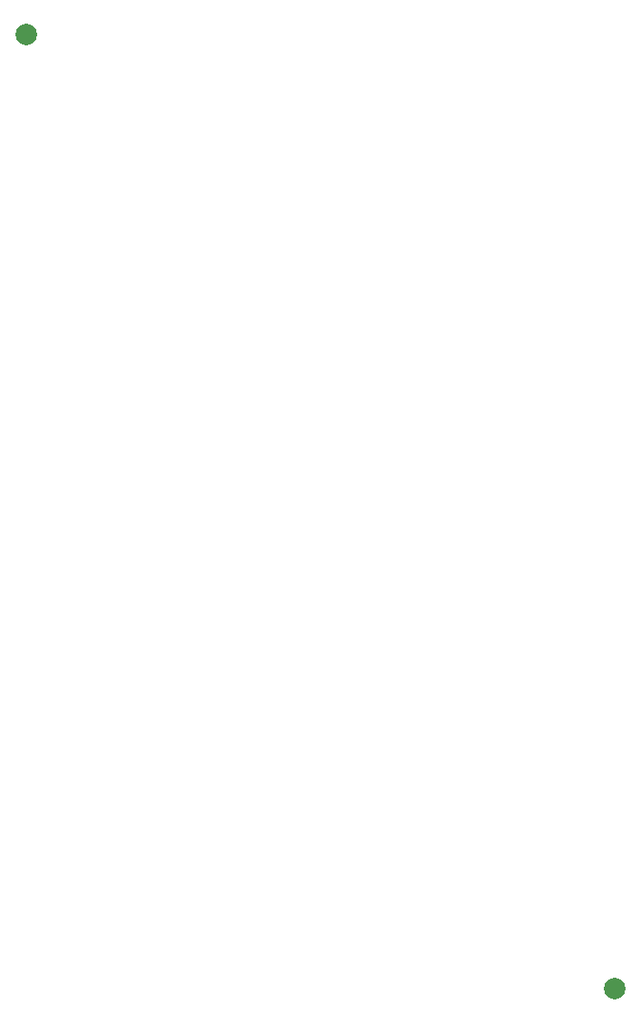
<source format=gbr>
%TF.GenerationSoftware,Altium Limited,Altium Designer,24.0.1 (36)*%
G04 Layer_Color=0*
%FSLAX45Y45*%
%MOMM*%
%TF.SameCoordinates,EF88BD92-104B-4C59-846E-D9FF23BA8C3F*%
%TF.FilePolarity,Positive*%
%TF.FileFunction,NonPlated,1,2,NPTH,Drill*%
%TF.Part,Single*%
G01*
G75*
%TA.AperFunction,OtherDrill,Pad Free-TH (57mm,7mm)*%
%ADD54C,2.00000*%
%TA.AperFunction,OtherDrill,Pad Free-TH (2mm,96mm)*%
%ADD55C,2.00000*%
D54*
X5700000Y700000D02*
D03*
D55*
X200000Y9600000D02*
D03*
%TF.MD5,e321e8cf2e403be5dc1bba66c3ddecd6*%
M02*

</source>
